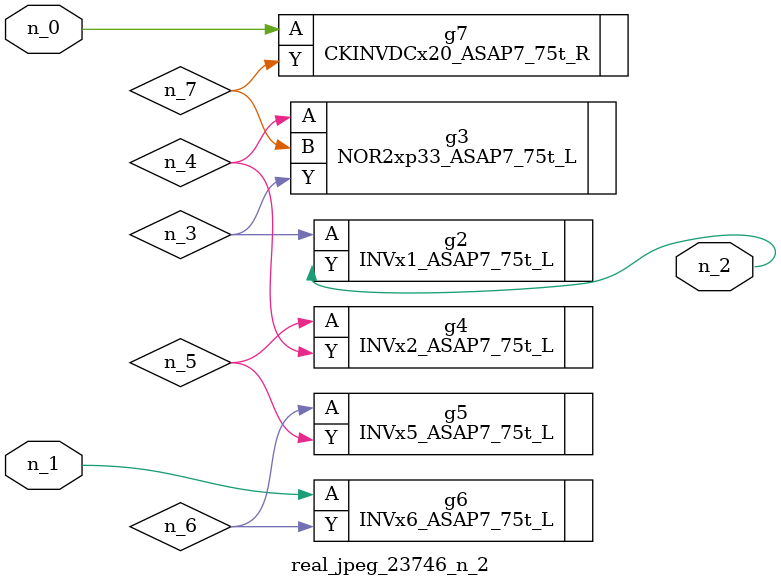
<source format=v>
module real_jpeg_23746_n_2 (n_1, n_0, n_2);

input n_1;
input n_0;

output n_2;

wire n_5;
wire n_4;
wire n_6;
wire n_7;
wire n_3;

CKINVDCx20_ASAP7_75t_R g7 ( 
.A(n_0),
.Y(n_7)
);

INVx6_ASAP7_75t_L g6 ( 
.A(n_1),
.Y(n_6)
);

INVx1_ASAP7_75t_L g2 ( 
.A(n_3),
.Y(n_2)
);

NOR2xp33_ASAP7_75t_L g3 ( 
.A(n_4),
.B(n_7),
.Y(n_3)
);

INVx2_ASAP7_75t_L g4 ( 
.A(n_5),
.Y(n_4)
);

INVx5_ASAP7_75t_L g5 ( 
.A(n_6),
.Y(n_5)
);


endmodule
</source>
